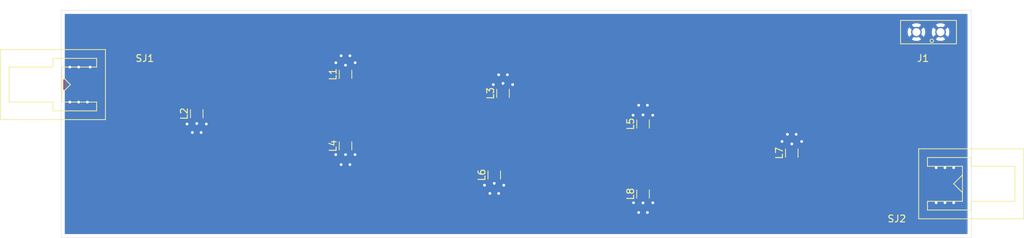
<source format=kicad_pcb>
(kicad_pcb (version 20171130) (host pcbnew 5.1.2-f72e74a~84~ubuntu18.04.1)

  (general
    (thickness 1.6)
    (drawings 6)
    (tracks 137)
    (zones 0)
    (modules 11)
    (nets 7)
  )

  (page A4)
  (layers
    (0 F.Cu signal)
    (31 B.Cu signal)
    (32 B.Adhes user)
    (33 F.Adhes user)
    (34 B.Paste user)
    (35 F.Paste user)
    (36 B.SilkS user)
    (37 F.SilkS user)
    (38 B.Mask user)
    (39 F.Mask user)
    (40 Dwgs.User user)
    (41 Cmts.User user)
    (42 Eco1.User user)
    (43 Eco2.User user)
    (44 Edge.Cuts user)
    (45 Margin user)
    (46 B.CrtYd user)
    (47 F.CrtYd user)
    (48 B.Fab user)
    (49 F.Fab user)
  )

  (setup
    (last_trace_width 0.25)
    (trace_clearance 0.2)
    (zone_clearance 0.508)
    (zone_45_only no)
    (trace_min 0.2)
    (via_size 0.8)
    (via_drill 0.4)
    (via_min_size 0.4)
    (via_min_drill 0.3)
    (uvia_size 0.3)
    (uvia_drill 0.1)
    (uvias_allowed no)
    (uvia_min_size 0.2)
    (uvia_min_drill 0.1)
    (edge_width 0.05)
    (segment_width 0.2)
    (pcb_text_width 0.3)
    (pcb_text_size 1.5 1.5)
    (mod_edge_width 0.12)
    (mod_text_size 1 1)
    (mod_text_width 0.15)
    (pad_size 1 1.75)
    (pad_drill 0)
    (pad_to_mask_clearance 0.051)
    (solder_mask_min_width 0.25)
    (aux_axis_origin 0 0)
    (visible_elements FFFFFF7F)
    (pcbplotparams
      (layerselection 0x010fc_ffffffff)
      (usegerberextensions false)
      (usegerberattributes false)
      (usegerberadvancedattributes false)
      (creategerberjobfile false)
      (excludeedgelayer true)
      (linewidth 0.100000)
      (plotframeref false)
      (viasonmask false)
      (mode 1)
      (useauxorigin false)
      (hpglpennumber 1)
      (hpglpenspeed 20)
      (hpglpendiameter 15.000000)
      (psnegative false)
      (psa4output false)
      (plotreference true)
      (plotvalue true)
      (plotinvisibletext false)
      (padsonsilk false)
      (subtractmaskfromsilk false)
      (outputformat 1)
      (mirror false)
      (drillshape 0)
      (scaleselection 1)
      (outputdirectory "ger_drill_filtre_calcule/"))
  )

  (net 0 "")
  (net 1 GND)
  (net 2 "Net-(L1-Pad1)")
  (net 3 "Net-(L4-Pad2)")
  (net 4 "Net-(L6-Pad2)")
  (net 5 "Net-(L8-Pad2)")
  (net 6 "Net-(L2-Pad2)")

  (net_class Default "This is the default net class."
    (clearance 0.2)
    (trace_width 0.25)
    (via_dia 0.8)
    (via_drill 0.4)
    (uvia_dia 0.3)
    (uvia_drill 0.1)
    (add_net GND)
    (add_net "Net-(L1-Pad1)")
    (add_net "Net-(L2-Pad2)")
    (add_net "Net-(L4-Pad2)")
    (add_net "Net-(L6-Pad2)")
    (add_net "Net-(L8-Pad2)")
  )

  (module borniers:PRT-08084 (layer F.Cu) (tedit 5D01074F) (tstamp 5D26E789)
    (at 187.325 78.105)
    (path /5D270E92)
    (fp_text reference J1 (at -2.54 -1.27) (layer F.SilkS)
      (effects (font (size 1 1) (thickness 0.15)))
    )
    (fp_text value Bullshit_driver (at -2.54 -8.89) (layer F.Fab)
      (effects (font (size 1 1) (thickness 0.15)))
    )
    (fp_circle (center -1.27 -3.81) (end -1.02 -3.81) (layer F.SilkS) (width 0.12))
    (fp_line (start 2.3 -3.38) (end -5.8 -3.38) (layer F.SilkS) (width 0.12))
    (fp_line (start -5.8 -6.78) (end 2.3 -6.78) (layer F.SilkS) (width 0.12))
    (fp_line (start 2.3 -3.38) (end 2.3 -6.78) (layer F.SilkS) (width 0.12))
    (fp_line (start -5.8 -3.38) (end -5.8 -6.78) (layer F.SilkS) (width 0.12))
    (pad 2 thru_hole circle (at 0 -5.08) (size 1.524 1.524) (drill 1.15) (layers *.Cu *.Mask)
      (net 1 GND))
    (pad 1 thru_hole circle (at -3.5 -5.08) (size 1.524 1.524) (drill 1.15) (layers *.Cu *.Mask)
      (net 1 GND))
  )

  (module sma_custom:CONSMA003.062-G (layer F.Cu) (tedit 5D1F15C9) (tstamp 5D244A5C)
    (at 191.77 97.58)
    (path /5D24754B)
    (fp_text reference SJ2 (at -10.795 2.54) (layer F.SilkS)
      (effects (font (size 1 1) (thickness 0.15)))
    )
    (fp_text value sma_jack (at -6.985 3.81) (layer F.Fab)
      (effects (font (size 1 1) (thickness 0.15)))
    )
    (fp_line (start -1.27 -1.27) (end -2.54 -2.54) (layer F.SilkS) (width 0.12))
    (fp_line (start -1.27 -3.81) (end -2.54 -2.54) (layer F.SilkS) (width 0.12))
    (fp_line (start -7.62 2.54) (end 7.62 2.54) (layer F.SilkS) (width 0.12))
    (fp_line (start 7.62 -7.62) (end -7.62 -7.62) (layer F.SilkS) (width 0.12))
    (fp_line (start -6.35 0) (end -6.35 1.27) (layer F.SilkS) (width 0.12))
    (fp_line (start -1.27 0) (end -6.35 0) (layer F.SilkS) (width 0.12))
    (fp_line (start -1.27 -5.08) (end -1.27 0) (layer F.SilkS) (width 0.12))
    (fp_line (start -6.35 -5.08) (end -1.27 -5.08) (layer F.SilkS) (width 0.12))
    (fp_line (start -6.35 -6.35) (end -6.35 -5.08) (layer F.SilkS) (width 0.12))
    (fp_line (start 6.35 -5.08) (end 6.35 0) (layer F.SilkS) (width 0.12))
    (fp_line (start 0 -5.08) (end 6.35 -5.08) (layer F.SilkS) (width 0.12))
    (fp_line (start 0 -6.35) (end 0 -5.08) (layer F.SilkS) (width 0.12))
    (fp_line (start 0 0) (end 6.35 0) (layer F.SilkS) (width 0.12))
    (fp_line (start 0 1.27) (end 0 0) (layer F.SilkS) (width 0.12))
    (fp_line (start 7.62 2.54) (end 7.62 -7.62) (layer F.SilkS) (width 0.12))
    (fp_line (start -7.62 -7.62) (end -7.62 2.54) (layer F.SilkS) (width 0.12))
    (fp_line (start 0 1.27) (end -6.35 1.27) (layer F.SilkS) (width 0.12))
    (fp_line (start -6.35 -6.35) (end 0 -6.35) (layer F.SilkS) (width 0.12))
    (pad 3 smd rect (at -3.81 0) (size 4.06 1.52) (layers F.Cu F.Paste F.Mask)
      (net 1 GND))
    (pad 2 smd rect (at -3.81 -5.08) (size 4.06 1.52) (layers F.Cu F.Paste F.Mask)
      (net 1 GND))
    (pad 1 smd rect (at -3.81 -2.54) (size 4.6 1.52) (layers F.Cu F.Paste F.Mask)
      (net 5 "Net-(L8-Pad2)"))
  )

  (module sma_custom:CONSMA003.062-G (layer F.Cu) (tedit 5D1F15C9) (tstamp 5D244A43)
    (at 58.5 78.105 180)
    (path /5D2470EA)
    (fp_text reference SJ1 (at -13.335 1.27) (layer F.SilkS)
      (effects (font (size 1 1) (thickness 0.15)))
    )
    (fp_text value sma_jack (at -10.16 3.175) (layer F.Fab)
      (effects (font (size 1 1) (thickness 0.15)))
    )
    (fp_line (start -1.27 -1.27) (end -2.54 -2.54) (layer F.SilkS) (width 0.12))
    (fp_line (start -1.27 -3.81) (end -2.54 -2.54) (layer F.SilkS) (width 0.12))
    (fp_line (start -7.62 2.54) (end 7.62 2.54) (layer F.SilkS) (width 0.12))
    (fp_line (start 7.62 -7.62) (end -7.62 -7.62) (layer F.SilkS) (width 0.12))
    (fp_line (start -6.35 0) (end -6.35 1.27) (layer F.SilkS) (width 0.12))
    (fp_line (start -1.27 0) (end -6.35 0) (layer F.SilkS) (width 0.12))
    (fp_line (start -1.27 -5.08) (end -1.27 0) (layer F.SilkS) (width 0.12))
    (fp_line (start -6.35 -5.08) (end -1.27 -5.08) (layer F.SilkS) (width 0.12))
    (fp_line (start -6.35 -6.35) (end -6.35 -5.08) (layer F.SilkS) (width 0.12))
    (fp_line (start 6.35 -5.08) (end 6.35 0) (layer F.SilkS) (width 0.12))
    (fp_line (start 0 -5.08) (end 6.35 -5.08) (layer F.SilkS) (width 0.12))
    (fp_line (start 0 -6.35) (end 0 -5.08) (layer F.SilkS) (width 0.12))
    (fp_line (start 0 0) (end 6.35 0) (layer F.SilkS) (width 0.12))
    (fp_line (start 0 1.27) (end 0 0) (layer F.SilkS) (width 0.12))
    (fp_line (start 7.62 2.54) (end 7.62 -7.62) (layer F.SilkS) (width 0.12))
    (fp_line (start -7.62 -7.62) (end -7.62 2.54) (layer F.SilkS) (width 0.12))
    (fp_line (start 0 1.27) (end -6.35 1.27) (layer F.SilkS) (width 0.12))
    (fp_line (start -6.35 -6.35) (end 0 -6.35) (layer F.SilkS) (width 0.12))
    (pad 3 smd rect (at -3.81 0 180) (size 4.06 1.52) (layers F.Cu F.Paste F.Mask)
      (net 1 GND))
    (pad 2 smd rect (at -3.81 -5.08 180) (size 4.06 1.52) (layers F.Cu F.Paste F.Mask)
      (net 1 GND))
    (pad 1 smd rect (at -3.81 -2.54 180) (size 4.6 1.52) (layers F.Cu F.Paste F.Mask)
      (net 2 "Net-(L1-Pad1)"))
  )

  (module Inductor_SMD:L_1206_3216Metric_Pad1.42x1.75mm_HandSolder (layer F.Cu) (tedit 5B301BBE) (tstamp 5D244A2A)
    (at 144.145 96.52 90)
    (descr "Capacitor SMD 1206 (3216 Metric), square (rectangular) end terminal, IPC_7351 nominal with elongated pad for handsoldering. (Body size source: http://www.tortai-tech.com/upload/download/2011102023233369053.pdf), generated with kicad-footprint-generator")
    (tags "inductor handsolder")
    (path /5D25AE44)
    (attr smd)
    (fp_text reference L8 (at 0 -1.82 90) (layer F.SilkS)
      (effects (font (size 1 1) (thickness 0.15)))
    )
    (fp_text value 1u (at 0 1.82 90) (layer F.Fab)
      (effects (font (size 1 1) (thickness 0.15)))
    )
    (fp_text user %R (at 0 0 90) (layer F.Fab)
      (effects (font (size 0.8 0.8) (thickness 0.12)))
    )
    (fp_line (start 2.45 1.12) (end -2.45 1.12) (layer F.CrtYd) (width 0.05))
    (fp_line (start 2.45 -1.12) (end 2.45 1.12) (layer F.CrtYd) (width 0.05))
    (fp_line (start -2.45 -1.12) (end 2.45 -1.12) (layer F.CrtYd) (width 0.05))
    (fp_line (start -2.45 1.12) (end -2.45 -1.12) (layer F.CrtYd) (width 0.05))
    (fp_line (start -0.602064 0.91) (end 0.602064 0.91) (layer F.SilkS) (width 0.12))
    (fp_line (start -0.602064 -0.91) (end 0.602064 -0.91) (layer F.SilkS) (width 0.12))
    (fp_line (start 1.6 0.8) (end -1.6 0.8) (layer F.Fab) (width 0.1))
    (fp_line (start 1.6 -0.8) (end 1.6 0.8) (layer F.Fab) (width 0.1))
    (fp_line (start -1.6 -0.8) (end 1.6 -0.8) (layer F.Fab) (width 0.1))
    (fp_line (start -1.6 0.8) (end -1.6 -0.8) (layer F.Fab) (width 0.1))
    (pad 2 smd roundrect (at 1.4875 0 90) (size 1.425 1.75) (layers F.Cu F.Paste F.Mask) (roundrect_rratio 0.175439)
      (net 5 "Net-(L8-Pad2)"))
    (pad 1 smd roundrect (at -1.4875 0 90) (size 1.425 1.75) (layers F.Cu F.Paste F.Mask) (roundrect_rratio 0.175439)
      (net 1 GND))
    (model ${KISYS3DMOD}/Inductor_SMD.3dshapes/L_1206_3216Metric.wrl
      (at (xyz 0 0 0))
      (scale (xyz 1 1 1))
      (rotate (xyz 0 0 0))
    )
  )

  (module Inductor_SMD:L_1206_3216Metric_Pad1.42x1.75mm_HandSolder (layer F.Cu) (tedit 5B301BBE) (tstamp 5D244A19)
    (at 165.735 90.5875 90)
    (descr "Capacitor SMD 1206 (3216 Metric), square (rectangular) end terminal, IPC_7351 nominal with elongated pad for handsoldering. (Body size source: http://www.tortai-tech.com/upload/download/2011102023233369053.pdf), generated with kicad-footprint-generator")
    (tags "inductor handsolder")
    (path /5D2574AF)
    (attr smd)
    (fp_text reference L7 (at 0 -1.82 90) (layer F.SilkS)
      (effects (font (size 1 1) (thickness 0.15)))
    )
    (fp_text value 1u (at 0 1.82 90) (layer F.Fab)
      (effects (font (size 1 1) (thickness 0.15)))
    )
    (fp_text user %R (at 0 0 90) (layer F.Fab)
      (effects (font (size 0.8 0.8) (thickness 0.12)))
    )
    (fp_line (start 2.45 1.12) (end -2.45 1.12) (layer F.CrtYd) (width 0.05))
    (fp_line (start 2.45 -1.12) (end 2.45 1.12) (layer F.CrtYd) (width 0.05))
    (fp_line (start -2.45 -1.12) (end 2.45 -1.12) (layer F.CrtYd) (width 0.05))
    (fp_line (start -2.45 1.12) (end -2.45 -1.12) (layer F.CrtYd) (width 0.05))
    (fp_line (start -0.602064 0.91) (end 0.602064 0.91) (layer F.SilkS) (width 0.12))
    (fp_line (start -0.602064 -0.91) (end 0.602064 -0.91) (layer F.SilkS) (width 0.12))
    (fp_line (start 1.6 0.8) (end -1.6 0.8) (layer F.Fab) (width 0.1))
    (fp_line (start 1.6 -0.8) (end 1.6 0.8) (layer F.Fab) (width 0.1))
    (fp_line (start -1.6 -0.8) (end 1.6 -0.8) (layer F.Fab) (width 0.1))
    (fp_line (start -1.6 0.8) (end -1.6 -0.8) (layer F.Fab) (width 0.1))
    (pad 2 smd roundrect (at 1.4875 0 90) (size 1.425 1.75) (layers F.Cu F.Paste F.Mask) (roundrect_rratio 0.175439)
      (net 1 GND))
    (pad 1 smd roundrect (at -1.4875 0 90) (size 1.425 1.75) (layers F.Cu F.Paste F.Mask) (roundrect_rratio 0.175439)
      (net 4 "Net-(L6-Pad2)"))
    (model ${KISYS3DMOD}/Inductor_SMD.3dshapes/L_1206_3216Metric.wrl
      (at (xyz 0 0 0))
      (scale (xyz 1 1 1))
      (rotate (xyz 0 0 0))
    )
  )

  (module Inductor_SMD:L_1206_3216Metric_Pad1.42x1.75mm_HandSolder (layer F.Cu) (tedit 5B301BBE) (tstamp 5D244A08)
    (at 122.555 93.7625 90)
    (descr "Capacitor SMD 1206 (3216 Metric), square (rectangular) end terminal, IPC_7351 nominal with elongated pad for handsoldering. (Body size source: http://www.tortai-tech.com/upload/download/2011102023233369053.pdf), generated with kicad-footprint-generator")
    (tags "inductor handsolder")
    (path /5D256C7C)
    (attr smd)
    (fp_text reference L6 (at 0 -1.82 90) (layer F.SilkS)
      (effects (font (size 1 1) (thickness 0.15)))
    )
    (fp_text value 1u (at 0 1.82 90) (layer F.Fab)
      (effects (font (size 1 1) (thickness 0.15)))
    )
    (fp_text user %R (at 0 0 90) (layer F.Fab)
      (effects (font (size 0.8 0.8) (thickness 0.12)))
    )
    (fp_line (start 2.45 1.12) (end -2.45 1.12) (layer F.CrtYd) (width 0.05))
    (fp_line (start 2.45 -1.12) (end 2.45 1.12) (layer F.CrtYd) (width 0.05))
    (fp_line (start -2.45 -1.12) (end 2.45 -1.12) (layer F.CrtYd) (width 0.05))
    (fp_line (start -2.45 1.12) (end -2.45 -1.12) (layer F.CrtYd) (width 0.05))
    (fp_line (start -0.602064 0.91) (end 0.602064 0.91) (layer F.SilkS) (width 0.12))
    (fp_line (start -0.602064 -0.91) (end 0.602064 -0.91) (layer F.SilkS) (width 0.12))
    (fp_line (start 1.6 0.8) (end -1.6 0.8) (layer F.Fab) (width 0.1))
    (fp_line (start 1.6 -0.8) (end 1.6 0.8) (layer F.Fab) (width 0.1))
    (fp_line (start -1.6 -0.8) (end 1.6 -0.8) (layer F.Fab) (width 0.1))
    (fp_line (start -1.6 0.8) (end -1.6 -0.8) (layer F.Fab) (width 0.1))
    (pad 2 smd roundrect (at 1.4875 0 90) (size 1.425 1.75) (layers F.Cu F.Paste F.Mask) (roundrect_rratio 0.175439)
      (net 4 "Net-(L6-Pad2)"))
    (pad 1 smd roundrect (at -1.4875 0 90) (size 1.425 1.75) (layers F.Cu F.Paste F.Mask) (roundrect_rratio 0.175439)
      (net 1 GND))
    (model ${KISYS3DMOD}/Inductor_SMD.3dshapes/L_1206_3216Metric.wrl
      (at (xyz 0 0 0))
      (scale (xyz 1 1 1))
      (rotate (xyz 0 0 0))
    )
  )

  (module Inductor_SMD:L_1206_3216Metric_Pad1.42x1.75mm_HandSolder (layer F.Cu) (tedit 5B301BBE) (tstamp 5D2449F7)
    (at 144.145 86.36 90)
    (descr "Capacitor SMD 1206 (3216 Metric), square (rectangular) end terminal, IPC_7351 nominal with elongated pad for handsoldering. (Body size source: http://www.tortai-tech.com/upload/download/2011102023233369053.pdf), generated with kicad-footprint-generator")
    (tags "inductor handsolder")
    (path /5D255DC8)
    (attr smd)
    (fp_text reference L5 (at 0 -1.82 90) (layer F.SilkS)
      (effects (font (size 1 1) (thickness 0.15)))
    )
    (fp_text value 1u (at 0 1.82 90) (layer F.Fab)
      (effects (font (size 1 1) (thickness 0.15)))
    )
    (fp_text user %R (at 0 0 90) (layer F.Fab)
      (effects (font (size 0.8 0.8) (thickness 0.12)))
    )
    (fp_line (start 2.45 1.12) (end -2.45 1.12) (layer F.CrtYd) (width 0.05))
    (fp_line (start 2.45 -1.12) (end 2.45 1.12) (layer F.CrtYd) (width 0.05))
    (fp_line (start -2.45 -1.12) (end 2.45 -1.12) (layer F.CrtYd) (width 0.05))
    (fp_line (start -2.45 1.12) (end -2.45 -1.12) (layer F.CrtYd) (width 0.05))
    (fp_line (start -0.602064 0.91) (end 0.602064 0.91) (layer F.SilkS) (width 0.12))
    (fp_line (start -0.602064 -0.91) (end 0.602064 -0.91) (layer F.SilkS) (width 0.12))
    (fp_line (start 1.6 0.8) (end -1.6 0.8) (layer F.Fab) (width 0.1))
    (fp_line (start 1.6 -0.8) (end 1.6 0.8) (layer F.Fab) (width 0.1))
    (fp_line (start -1.6 -0.8) (end 1.6 -0.8) (layer F.Fab) (width 0.1))
    (fp_line (start -1.6 0.8) (end -1.6 -0.8) (layer F.Fab) (width 0.1))
    (pad 2 smd roundrect (at 1.4875 0 90) (size 1.425 1.75) (layers F.Cu F.Paste F.Mask) (roundrect_rratio 0.175439)
      (net 1 GND))
    (pad 1 smd roundrect (at -1.4875 0 90) (size 1.425 1.75) (layers F.Cu F.Paste F.Mask) (roundrect_rratio 0.175439)
      (net 3 "Net-(L4-Pad2)"))
    (model ${KISYS3DMOD}/Inductor_SMD.3dshapes/L_1206_3216Metric.wrl
      (at (xyz 0 0 0))
      (scale (xyz 1 1 1))
      (rotate (xyz 0 0 0))
    )
  )

  (module Inductor_SMD:L_1206_3216Metric_Pad1.42x1.75mm_HandSolder (layer F.Cu) (tedit 5B301BBE) (tstamp 5D2449E6)
    (at 100.965 89.535 90)
    (descr "Capacitor SMD 1206 (3216 Metric), square (rectangular) end terminal, IPC_7351 nominal with elongated pad for handsoldering. (Body size source: http://www.tortai-tech.com/upload/download/2011102023233369053.pdf), generated with kicad-footprint-generator")
    (tags "inductor handsolder")
    (path /5D2557B6)
    (attr smd)
    (fp_text reference L4 (at 0 -1.82 90) (layer F.SilkS)
      (effects (font (size 1 1) (thickness 0.15)))
    )
    (fp_text value 1u (at 0 1.82 90) (layer F.Fab)
      (effects (font (size 1 1) (thickness 0.15)))
    )
    (fp_text user %R (at 0 0 90) (layer F.Fab)
      (effects (font (size 0.8 0.8) (thickness 0.12)))
    )
    (fp_line (start 2.45 1.12) (end -2.45 1.12) (layer F.CrtYd) (width 0.05))
    (fp_line (start 2.45 -1.12) (end 2.45 1.12) (layer F.CrtYd) (width 0.05))
    (fp_line (start -2.45 -1.12) (end 2.45 -1.12) (layer F.CrtYd) (width 0.05))
    (fp_line (start -2.45 1.12) (end -2.45 -1.12) (layer F.CrtYd) (width 0.05))
    (fp_line (start -0.602064 0.91) (end 0.602064 0.91) (layer F.SilkS) (width 0.12))
    (fp_line (start -0.602064 -0.91) (end 0.602064 -0.91) (layer F.SilkS) (width 0.12))
    (fp_line (start 1.6 0.8) (end -1.6 0.8) (layer F.Fab) (width 0.1))
    (fp_line (start 1.6 -0.8) (end 1.6 0.8) (layer F.Fab) (width 0.1))
    (fp_line (start -1.6 -0.8) (end 1.6 -0.8) (layer F.Fab) (width 0.1))
    (fp_line (start -1.6 0.8) (end -1.6 -0.8) (layer F.Fab) (width 0.1))
    (pad 2 smd roundrect (at 1.4875 0 90) (size 1.425 1.75) (layers F.Cu F.Paste F.Mask) (roundrect_rratio 0.175439)
      (net 3 "Net-(L4-Pad2)"))
    (pad 1 smd roundrect (at -1.4875 0 90) (size 1.425 1.75) (layers F.Cu F.Paste F.Mask) (roundrect_rratio 0.175439)
      (net 1 GND))
    (model ${KISYS3DMOD}/Inductor_SMD.3dshapes/L_1206_3216Metric.wrl
      (at (xyz 0 0 0))
      (scale (xyz 1 1 1))
      (rotate (xyz 0 0 0))
    )
  )

  (module Inductor_SMD:L_1206_3216Metric_Pad1.42x1.75mm_HandSolder (layer F.Cu) (tedit 5B301BBE) (tstamp 5D2449D5)
    (at 123.825 81.915 90)
    (descr "Capacitor SMD 1206 (3216 Metric), square (rectangular) end terminal, IPC_7351 nominal with elongated pad for handsoldering. (Body size source: http://www.tortai-tech.com/upload/download/2011102023233369053.pdf), generated with kicad-footprint-generator")
    (tags "inductor handsolder")
    (path /5D251BFB)
    (attr smd)
    (fp_text reference L3 (at 0 -1.82 90) (layer F.SilkS)
      (effects (font (size 1 1) (thickness 0.15)))
    )
    (fp_text value 1u (at 0 1.82 90) (layer F.Fab)
      (effects (font (size 1 1) (thickness 0.15)))
    )
    (fp_text user %R (at 0 0 90) (layer F.Fab)
      (effects (font (size 0.8 0.8) (thickness 0.12)))
    )
    (fp_line (start 2.45 1.12) (end -2.45 1.12) (layer F.CrtYd) (width 0.05))
    (fp_line (start 2.45 -1.12) (end 2.45 1.12) (layer F.CrtYd) (width 0.05))
    (fp_line (start -2.45 -1.12) (end 2.45 -1.12) (layer F.CrtYd) (width 0.05))
    (fp_line (start -2.45 1.12) (end -2.45 -1.12) (layer F.CrtYd) (width 0.05))
    (fp_line (start -0.602064 0.91) (end 0.602064 0.91) (layer F.SilkS) (width 0.12))
    (fp_line (start -0.602064 -0.91) (end 0.602064 -0.91) (layer F.SilkS) (width 0.12))
    (fp_line (start 1.6 0.8) (end -1.6 0.8) (layer F.Fab) (width 0.1))
    (fp_line (start 1.6 -0.8) (end 1.6 0.8) (layer F.Fab) (width 0.1))
    (fp_line (start -1.6 -0.8) (end 1.6 -0.8) (layer F.Fab) (width 0.1))
    (fp_line (start -1.6 0.8) (end -1.6 -0.8) (layer F.Fab) (width 0.1))
    (pad 2 smd roundrect (at 1.4875 0 90) (size 1.425 1.75) (layers F.Cu F.Paste F.Mask) (roundrect_rratio 0.175439)
      (net 1 GND))
    (pad 1 smd roundrect (at -1.4875 0 90) (size 1.425 1.75) (layers F.Cu F.Paste F.Mask) (roundrect_rratio 0.175439)
      (net 6 "Net-(L2-Pad2)"))
    (model ${KISYS3DMOD}/Inductor_SMD.3dshapes/L_1206_3216Metric.wrl
      (at (xyz 0 0 0))
      (scale (xyz 1 1 1))
      (rotate (xyz 0 0 0))
    )
  )

  (module Inductor_SMD:L_1206_3216Metric_Pad1.42x1.75mm_HandSolder (layer F.Cu) (tedit 5B301BBE) (tstamp 5D2449C4)
    (at 79.375 84.8725 90)
    (descr "Capacitor SMD 1206 (3216 Metric), square (rectangular) end terminal, IPC_7351 nominal with elongated pad for handsoldering. (Body size source: http://www.tortai-tech.com/upload/download/2011102023233369053.pdf), generated with kicad-footprint-generator")
    (tags "inductor handsolder")
    (path /5D251586)
    (attr smd)
    (fp_text reference L2 (at 0 -1.82 90) (layer F.SilkS)
      (effects (font (size 1 1) (thickness 0.15)))
    )
    (fp_text value 1u (at 0 1.82 90) (layer F.Fab)
      (effects (font (size 1 1) (thickness 0.15)))
    )
    (fp_text user %R (at 0 0 90) (layer F.Fab)
      (effects (font (size 0.8 0.8) (thickness 0.12)))
    )
    (fp_line (start 2.45 1.12) (end -2.45 1.12) (layer F.CrtYd) (width 0.05))
    (fp_line (start 2.45 -1.12) (end 2.45 1.12) (layer F.CrtYd) (width 0.05))
    (fp_line (start -2.45 -1.12) (end 2.45 -1.12) (layer F.CrtYd) (width 0.05))
    (fp_line (start -2.45 1.12) (end -2.45 -1.12) (layer F.CrtYd) (width 0.05))
    (fp_line (start -0.602064 0.91) (end 0.602064 0.91) (layer F.SilkS) (width 0.12))
    (fp_line (start -0.602064 -0.91) (end 0.602064 -0.91) (layer F.SilkS) (width 0.12))
    (fp_line (start 1.6 0.8) (end -1.6 0.8) (layer F.Fab) (width 0.1))
    (fp_line (start 1.6 -0.8) (end 1.6 0.8) (layer F.Fab) (width 0.1))
    (fp_line (start -1.6 -0.8) (end 1.6 -0.8) (layer F.Fab) (width 0.1))
    (fp_line (start -1.6 0.8) (end -1.6 -0.8) (layer F.Fab) (width 0.1))
    (pad 2 smd roundrect (at 1.4875 0 90) (size 1.425 1.75) (layers F.Cu F.Paste F.Mask) (roundrect_rratio 0.175439)
      (net 6 "Net-(L2-Pad2)"))
    (pad 1 smd roundrect (at -1.4875 0 90) (size 1.425 1.75) (layers F.Cu F.Paste F.Mask) (roundrect_rratio 0.175439)
      (net 1 GND))
    (model ${KISYS3DMOD}/Inductor_SMD.3dshapes/L_1206_3216Metric.wrl
      (at (xyz 0 0 0))
      (scale (xyz 1 1 1))
      (rotate (xyz 0 0 0))
    )
  )

  (module Inductor_SMD:L_1206_3216Metric_Pad1.42x1.75mm_HandSolder (layer F.Cu) (tedit 5B301BBE) (tstamp 5D2449B3)
    (at 100.965 79.1575 90)
    (descr "Capacitor SMD 1206 (3216 Metric), square (rectangular) end terminal, IPC_7351 nominal with elongated pad for handsoldering. (Body size source: http://www.tortai-tech.com/upload/download/2011102023233369053.pdf), generated with kicad-footprint-generator")
    (tags "inductor handsolder")
    (path /5D25088C)
    (attr smd)
    (fp_text reference L1 (at 0 -1.82 90) (layer F.SilkS)
      (effects (font (size 1 1) (thickness 0.15)))
    )
    (fp_text value 1u (at 0 1.82 90) (layer F.Fab)
      (effects (font (size 1 1) (thickness 0.15)))
    )
    (fp_text user %R (at 0 0 90) (layer F.Fab)
      (effects (font (size 0.8 0.8) (thickness 0.12)))
    )
    (fp_line (start 2.45 1.12) (end -2.45 1.12) (layer F.CrtYd) (width 0.05))
    (fp_line (start 2.45 -1.12) (end 2.45 1.12) (layer F.CrtYd) (width 0.05))
    (fp_line (start -2.45 -1.12) (end 2.45 -1.12) (layer F.CrtYd) (width 0.05))
    (fp_line (start -2.45 1.12) (end -2.45 -1.12) (layer F.CrtYd) (width 0.05))
    (fp_line (start -0.602064 0.91) (end 0.602064 0.91) (layer F.SilkS) (width 0.12))
    (fp_line (start -0.602064 -0.91) (end 0.602064 -0.91) (layer F.SilkS) (width 0.12))
    (fp_line (start 1.6 0.8) (end -1.6 0.8) (layer F.Fab) (width 0.1))
    (fp_line (start 1.6 -0.8) (end 1.6 0.8) (layer F.Fab) (width 0.1))
    (fp_line (start -1.6 -0.8) (end 1.6 -0.8) (layer F.Fab) (width 0.1))
    (fp_line (start -1.6 0.8) (end -1.6 -0.8) (layer F.Fab) (width 0.1))
    (pad 2 smd roundrect (at 1.4875 0 90) (size 1.425 1.75) (layers F.Cu F.Paste F.Mask) (roundrect_rratio 0.175439)
      (net 1 GND))
    (pad 1 smd roundrect (at -1.4875 0 90) (size 1.425 1.75) (layers F.Cu F.Paste F.Mask) (roundrect_rratio 0.175439)
      (net 2 "Net-(L1-Pad1)"))
    (model ${KISYS3DMOD}/Inductor_SMD.3dshapes/L_1206_3216Metric.wrl
      (at (xyz 0 0 0))
      (scale (xyz 1 1 1))
      (rotate (xyz 0 0 0))
    )
  )

  (gr_line (start 191.77 102.87) (end 190.5 102.87) (layer Edge.Cuts) (width 0.05) (tstamp 5D3AD751))
  (gr_line (start 191.77 69.85) (end 191.77 102.87) (layer Edge.Cuts) (width 0.05))
  (gr_line (start 59.69 69.85) (end 191.77 69.85) (layer Edge.Cuts) (width 0.05))
  (gr_line (start 59.69 72.39) (end 59.69 69.85) (layer Edge.Cuts) (width 0.05))
  (gr_line (start 59.69 102.87) (end 59.69 72.39) (layer Edge.Cuts) (width 0.05))
  (gr_line (start 190.5 102.87) (end 59.69 102.87) (layer Edge.Cuts) (width 0.05))

  (via (at 102.365 77.47) (size 0.8) (drill 0.4) (layers F.Cu B.Cu) (net 1) (tstamp 5D246225))
  (via (at 99.565 77.47) (size 0.8) (drill 0.4) (layers F.Cu B.Cu) (net 1) (tstamp 5D246226))
  (via (at 100.965 77.83) (size 0.8) (drill 0.4) (layers F.Cu B.Cu) (net 1) (tstamp 5D246227))
  (segment (start 101.1825 77.47) (end 100.965 77.2525) (width 0.25) (layer F.Cu) (net 1) (tstamp 5D24622B))
  (segment (start 123.19 80.01) (end 123.825 80.645) (width 0.25) (layer F.Cu) (net 1) (tstamp 5D246221))
  (via (at 123.19 79.22) (size 0.8) (drill 0.4) (layers F.Cu B.Cu) (net 1) (tstamp 5D246224))
  (via (at 125.22 80.645) (size 0.8) (drill 0.4) (layers F.Cu B.Cu) (net 1) (tstamp 5D246225))
  (via (at 122.42 80.645) (size 0.8) (drill 0.4) (layers F.Cu B.Cu) (net 1) (tstamp 5D246226))
  (via (at 123.825 80.47) (size 0.8) (drill 0.4) (layers F.Cu B.Cu) (net 1) (tstamp 5D246227))
  (via (at 124.46 79.22) (size 0.8) (drill 0.4) (layers F.Cu B.Cu) (net 1) (tstamp 5D246229))
  (segment (start 124.46 80.01) (end 123.825 80.645) (width 0.25) (layer F.Cu) (net 1) (tstamp 5D24622A))
  (segment (start 124.0425 80.645) (end 123.825 80.4275) (width 0.25) (layer F.Cu) (net 1) (tstamp 5D24622B))
  (segment (start 143.51 84.455) (end 144.145 85.09) (width 0.25) (layer F.Cu) (net 1) (tstamp 5D246221))
  (via (at 143.51 83.64) (size 0.8) (drill 0.4) (layers F.Cu B.Cu) (net 1) (tstamp 5D246224))
  (via (at 145.55 85.09) (size 0.8) (drill 0.4) (layers F.Cu B.Cu) (net 1) (tstamp 5D246225))
  (via (at 142.7 85.09) (size 0.8) (drill 0.4) (layers F.Cu B.Cu) (net 1) (tstamp 5D246226))
  (via (at 144.145 85.04) (size 0.8) (drill 0.4) (layers F.Cu B.Cu) (net 1) (tstamp 5D246227))
  (via (at 144.78 83.64) (size 0.8) (drill 0.4) (layers F.Cu B.Cu) (net 1) (tstamp 5D246229))
  (segment (start 144.78 84.455) (end 144.145 85.09) (width 0.25) (layer F.Cu) (net 1) (tstamp 5D24622A))
  (via (at 167.165 88.9) (size 0.8) (drill 0.4) (layers F.Cu B.Cu) (net 1) (tstamp 5D246225))
  (via (at 164.315 88.9) (size 0.8) (drill 0.4) (layers F.Cu B.Cu) (net 1) (tstamp 5D246226))
  (via (at 165.735 89.26) (size 0.8) (drill 0.4) (layers F.Cu B.Cu) (net 1) (tstamp 5D246227))
  (segment (start 165.9525 88.9) (end 165.735 88.6825) (width 0.25) (layer F.Cu) (net 1) (tstamp 5D24622B))
  (segment (start 144.78 98.425) (end 144.145 97.79) (width 0.25) (layer F.Cu) (net 1) (tstamp 5D246221))
  (via (at 144.78 99.21) (size 0.8) (drill 0.4) (layers F.Cu B.Cu) (net 1) (tstamp 5D246224))
  (via (at 142.765 97.79) (size 0.8) (drill 0.4) (layers F.Cu B.Cu) (net 1) (tstamp 5D246225))
  (via (at 145.565 97.79) (size 0.8) (drill 0.4) (layers F.Cu B.Cu) (net 1) (tstamp 5D246226))
  (via (at 144.145 97.81) (size 0.8) (drill 0.4) (layers F.Cu B.Cu) (net 1) (tstamp 5D246227))
  (via (at 143.51 99.21) (size 0.8) (drill 0.4) (layers F.Cu B.Cu) (net 1) (tstamp 5D246229))
  (segment (start 143.51 98.425) (end 144.145 97.79) (width 0.25) (layer F.Cu) (net 1) (tstamp 5D24622A))
  (segment (start 123.19 95.885) (end 122.555 95.25) (width 0.25) (layer F.Cu) (net 1) (tstamp 5D246221))
  (segment (start 121.92 96.44) (end 121.92 95.885) (width 0.25) (layer F.Cu) (net 1) (tstamp 5D246223))
  (via (at 123.19 96.44) (size 0.8) (drill 0.4) (layers F.Cu B.Cu) (net 1) (tstamp 5D246224))
  (via (at 121.135 95.25) (size 0.8) (drill 0.4) (layers F.Cu B.Cu) (net 1) (tstamp 5D246225))
  (via (at 123.935 95.25) (size 0.8) (drill 0.4) (layers F.Cu B.Cu) (net 1) (tstamp 5D246226))
  (via (at 122.555 94.975) (size 0.8) (drill 0.4) (layers F.Cu B.Cu) (net 1) (tstamp 5D246227))
  (segment (start 123.19 96.44) (end 123.19 95.885) (width 0.25) (layer F.Cu) (net 1) (tstamp 5D246228))
  (via (at 121.92 96.44) (size 0.8) (drill 0.4) (layers F.Cu B.Cu) (net 1) (tstamp 5D246229))
  (segment (start 121.92 95.885) (end 122.555 95.25) (width 0.25) (layer F.Cu) (net 1) (tstamp 5D24622A))
  (segment (start 122.3375 95.25) (end 122.555 95.4675) (width 0.25) (layer F.Cu) (net 1) (tstamp 5D24622B))
  (via (at 101.6 92.255) (size 0.8) (drill 0.4) (layers F.Cu B.Cu) (net 1) (tstamp 5D246224))
  (via (at 99.545 90.805) (size 0.8) (drill 0.4) (layers F.Cu B.Cu) (net 1) (tstamp 5D246225))
  (via (at 102.345 90.805) (size 0.8) (drill 0.4) (layers F.Cu B.Cu) (net 1) (tstamp 5D246226))
  (via (at 100.965 90.805) (size 0.8) (drill 0.4) (layers F.Cu B.Cu) (net 1) (tstamp 5D246227))
  (via (at 100.33 92.255) (size 0.8) (drill 0.4) (layers F.Cu B.Cu) (net 1) (tstamp 5D246229))
  (via (at 78.74 87.6) (size 0.8) (drill 0.4) (layers F.Cu B.Cu) (net 1) (tstamp 5D245F59))
  (segment (start 79.1575 86.36) (end 79.375 86.5775) (width 0.25) (layer F.Cu) (net 1) (tstamp 5D245F60))
  (via (at 80.01 87.6) (size 0.8) (drill 0.4) (layers F.Cu B.Cu) (net 1) (tstamp 5D245F63))
  (via (at 77.965 86.36) (size 0.8) (drill 0.4) (layers F.Cu B.Cu) (net 1) (tstamp 5D245F64))
  (via (at 79.375 86.3) (size 0.8) (drill 0.4) (layers F.Cu B.Cu) (net 1) (tstamp 5D245F68))
  (via (at 189.23 92.71) (size 0.8) (drill 0.4) (layers F.Cu B.Cu) (net 1))
  (via (at 187.96 92.71) (size 0.8) (drill 0.4) (layers F.Cu B.Cu) (net 1))
  (via (at 186.69 92.71) (size 0.8) (drill 0.4) (layers F.Cu B.Cu) (net 1))
  (via (at 189.23 97.79) (size 0.8) (drill 0.4) (layers F.Cu B.Cu) (net 1))
  (via (at 187.96 97.79) (size 0.8) (drill 0.4) (layers F.Cu B.Cu) (net 1))
  (via (at 186.69 97.79) (size 0.8) (drill 0.4) (layers F.Cu B.Cu) (net 1))
  (via (at 63.9 78.105) (size 0.8) (drill 0.4) (layers F.Cu B.Cu) (net 1))
  (via (at 62.23 78.105) (size 0.8) (drill 0.4) (layers F.Cu B.Cu) (net 1))
  (via (at 60.96 78.105) (size 0.8) (drill 0.4) (layers F.Cu B.Cu) (net 1))
  (via (at 63.5 83.185) (size 0.8) (drill 0.4) (layers F.Cu B.Cu) (net 1))
  (via (at 62.23 83.185) (size 0.8) (drill 0.4) (layers F.Cu B.Cu) (net 1))
  (via (at 60.96 83.185) (size 0.8) (drill 0.4) (layers F.Cu B.Cu) (net 1))
  (via (at 165.1 87.86) (size 0.8) (drill 0.4) (layers F.Cu B.Cu) (net 1))
  (via (at 166.37 87.86) (size 0.8) (drill 0.4) (layers F.Cu B.Cu) (net 1))
  (segment (start 144.78 84.405) (end 144.145 85.04) (width 0.25) (layer F.Cu) (net 1))
  (segment (start 143.51 84.405) (end 144.145 85.04) (width 0.25) (layer F.Cu) (net 1))
  (via (at 100.33 76.455) (size 0.8) (drill 0.4) (layers F.Cu B.Cu) (net 1))
  (via (at 101.6 76.455) (size 0.8) (drill 0.4) (layers F.Cu B.Cu) (net 1))
  (segment (start 143.51 98.445) (end 144.145 97.81) (width 0.25) (layer F.Cu) (net 1))
  (segment (start 124.46 79.835) (end 123.825 80.47) (width 0.25) (layer F.Cu) (net 1))
  (segment (start 124.46 79.22) (end 124.46 79.835) (width 0.25) (layer F.Cu) (net 1))
  (segment (start 123.19 79.7925) (end 123.825 80.4275) (width 0.25) (layer F.Cu) (net 1))
  (segment (start 123.19 79.22) (end 123.19 79.7925) (width 0.25) (layer F.Cu) (net 1))
  (segment (start 100.33 77.035) (end 100.965 77.67) (width 0.25) (layer F.Cu) (net 1))
  (segment (start 100.33 76.455) (end 100.33 77.035) (width 0.25) (layer F.Cu) (net 1))
  (segment (start 101.6 77.035) (end 100.965 77.67) (width 0.25) (layer F.Cu) (net 1))
  (segment (start 101.6 76.455) (end 101.6 77.035) (width 0.25) (layer F.Cu) (net 1))
  (segment (start 101.165 77.47) (end 100.965 77.67) (width 0.25) (layer F.Cu) (net 1))
  (segment (start 102.365 77.47) (end 101.165 77.47) (width 0.25) (layer F.Cu) (net 1))
  (segment (start 100.765 77.47) (end 100.965 77.67) (width 0.25) (layer F.Cu) (net 1))
  (segment (start 99.565 77.47) (end 100.765 77.47) (width 0.25) (layer F.Cu) (net 1))
  (segment (start 124 80.645) (end 123.825 80.47) (width 0.25) (layer F.Cu) (net 1))
  (segment (start 125.22 80.645) (end 124 80.645) (width 0.25) (layer F.Cu) (net 1))
  (segment (start 143.9275 85.09) (end 144.145 84.8725) (width 0.25) (layer F.Cu) (net 1))
  (segment (start 142.7 85.09) (end 143.9275 85.09) (width 0.25) (layer F.Cu) (net 1))
  (segment (start 165.535 88.9) (end 165.735 89.1) (width 0.25) (layer F.Cu) (net 1))
  (segment (start 164.315 88.9) (end 165.535 88.9) (width 0.25) (layer F.Cu) (net 1))
  (segment (start 165.1 88.465) (end 165.735 89.1) (width 0.25) (layer F.Cu) (net 1))
  (segment (start 165.1 87.86) (end 165.1 88.465) (width 0.25) (layer F.Cu) (net 1))
  (segment (start 166.37 88.465) (end 165.735 89.1) (width 0.25) (layer F.Cu) (net 1))
  (segment (start 166.37 87.86) (end 166.37 88.465) (width 0.25) (layer F.Cu) (net 1))
  (segment (start 165.935 88.9) (end 165.735 89.1) (width 0.25) (layer F.Cu) (net 1))
  (segment (start 167.165 88.9) (end 165.935 88.9) (width 0.25) (layer F.Cu) (net 1))
  (segment (start 144.3625 97.79) (end 144.145 98.0075) (width 0.25) (layer F.Cu) (net 1))
  (segment (start 144.78 98.6425) (end 144.145 98.0075) (width 0.25) (layer F.Cu) (net 1))
  (segment (start 144.78 99.21) (end 144.78 98.6425) (width 0.25) (layer F.Cu) (net 1))
  (segment (start 143.51 98.6425) (end 144.145 98.0075) (width 0.25) (layer F.Cu) (net 1))
  (segment (start 143.51 99.21) (end 143.51 98.6425) (width 0.25) (layer F.Cu) (net 1))
  (segment (start 100.33 91.44) (end 100.965 90.805) (width 0.25) (layer F.Cu) (net 1))
  (segment (start 100.33 92.255) (end 100.33 91.44) (width 0.25) (layer F.Cu) (net 1))
  (segment (start 101.6 91.44) (end 100.965 90.805) (width 0.25) (layer F.Cu) (net 1))
  (segment (start 101.6 92.255) (end 101.6 91.44) (width 0.25) (layer F.Cu) (net 1))
  (via (at 80.765 86.36) (size 0.8) (drill 0.4) (layers F.Cu B.Cu) (net 1))
  (segment (start 77.965 86.36) (end 79.375 86.36) (width 0.25) (layer F.Cu) (net 1))
  (segment (start 80.765 86.36) (end 79.375 86.36) (width 0.25) (layer F.Cu) (net 1))
  (segment (start 80.01 86.995) (end 79.375 86.36) (width 0.25) (layer F.Cu) (net 1))
  (segment (start 80.01 87.6) (end 80.01 86.995) (width 0.25) (layer F.Cu) (net 1))
  (segment (start 78.74 86.995) (end 79.375 86.36) (width 0.25) (layer F.Cu) (net 1))
  (segment (start 78.74 87.6) (end 78.74 86.995) (width 0.25) (layer F.Cu) (net 1))
  (segment (start 121.135 95.25) (end 122.555 95.25) (width 0.25) (layer F.Cu) (net 1))
  (segment (start 123.935 95.25) (end 122.555 95.25) (width 0.25) (layer F.Cu) (net 1))
  (segment (start 143.9275 97.79) (end 144.145 98.0075) (width 0.25) (layer F.Cu) (net 1))
  (segment (start 142.765 97.79) (end 143.9275 97.79) (width 0.25) (layer F.Cu) (net 1))
  (segment (start 144.165 97.79) (end 144.145 97.81) (width 0.25) (layer F.Cu) (net 1))
  (segment (start 145.565 97.79) (end 144.165 97.79) (width 0.25) (layer F.Cu) (net 1))
  (segment (start 143.51 84.2375) (end 144.145 84.8725) (width 0.25) (layer F.Cu) (net 1))
  (segment (start 143.51 83.64) (end 143.51 84.2375) (width 0.25) (layer F.Cu) (net 1))
  (segment (start 144.78 84.2375) (end 144.145 84.8725) (width 0.25) (layer F.Cu) (net 1))
  (segment (start 144.78 83.64) (end 144.78 84.2375) (width 0.25) (layer F.Cu) (net 1))
  (segment (start 144.3625 85.09) (end 144.145 84.8725) (width 0.25) (layer F.Cu) (net 1))
  (segment (start 145.55 85.09) (end 144.3625 85.09) (width 0.25) (layer F.Cu) (net 1))
  (segment (start 123.6075 80.645) (end 123.825 80.4275) (width 0.25) (layer F.Cu) (net 1))
  (segment (start 122.42 80.645) (end 123.6075 80.645) (width 0.25) (layer F.Cu) (net 1))
  (segment (start 100.7475 90.805) (end 100.965 91.0225) (width 0.25) (layer F.Cu) (net 1))
  (segment (start 99.545 90.805) (end 100.7475 90.805) (width 0.25) (layer F.Cu) (net 1))
  (segment (start 101.1825 90.805) (end 100.965 91.0225) (width 0.25) (layer F.Cu) (net 1))
  (segment (start 102.345 90.805) (end 101.1825 90.805) (width 0.25) (layer F.Cu) (net 1))
  (segment (start 61.595 80.645) (end 78.74 80.645) (width 2.9) (layer F.Cu) (net 2))
  (segment (start 79.65 80.645) (end 100.88 80.645) (width 2.44019) (layer F.Cu) (net 2))
  (segment (start 123 87.838828) (end 143.81 87.838828) (width 2.72042) (layer F.Cu) (net 3))
  (segment (start 101.6 87.838828) (end 122.41 87.838828) (width 2.72042) (layer F.Cu) (net 3))
  (segment (start 123 92.274058) (end 143.81 92.274058) (width 2.72042) (layer F.Cu) (net 4))
  (segment (start 144.62 92.274058) (end 165.85 92.274058) (width 2.44019) (layer F.Cu) (net 4))
  (segment (start 144.62 95.032656) (end 165.735 95.032656) (width 2.44019) (layer F.Cu) (net 5))
  (segment (start 166.37 95.032656) (end 188.35 95.032656) (width 2.9) (layer F.Cu) (net 5))
  (segment (start 101.6 83.403598) (end 123.41 83.403598) (width 2.72042) (layer F.Cu) (net 6))
  (segment (start 79.65 83.403598) (end 100.88 83.403598) (width 2.44019) (layer F.Cu) (net 6))

  (zone (net 1) (net_name GND) (layer B.Cu) (tstamp 5D3AE039) (hatch edge 0.508)
    (connect_pads (clearance 0.508))
    (min_thickness 0.254)
    (fill yes (arc_segments 32) (thermal_gap 0.508) (thermal_bridge_width 0.508))
    (polygon
      (pts
        (xy 59.69 69.85) (xy 191.77 69.85) (xy 191.77 102.87) (xy 59.69 102.87)
      )
    )
    (filled_polygon
      (pts
        (xy 191.110001 102.21) (xy 60.35 102.21) (xy 60.35 73.990565) (xy 183.03904 73.990565) (xy 183.10602 74.230656)
        (xy 183.355048 74.347756) (xy 183.622135 74.414023) (xy 183.897017 74.42691) (xy 184.169133 74.385922) (xy 184.428023 74.292636)
        (xy 184.54398 74.230656) (xy 184.61096 73.990565) (xy 186.53904 73.990565) (xy 186.60602 74.230656) (xy 186.855048 74.347756)
        (xy 187.122135 74.414023) (xy 187.397017 74.42691) (xy 187.669133 74.385922) (xy 187.928023 74.292636) (xy 188.04398 74.230656)
        (xy 188.11096 73.990565) (xy 187.325 73.204605) (xy 186.53904 73.990565) (xy 184.61096 73.990565) (xy 183.825 73.204605)
        (xy 183.03904 73.990565) (xy 60.35 73.990565) (xy 60.35 73.097017) (xy 182.42309 73.097017) (xy 182.464078 73.369133)
        (xy 182.557364 73.628023) (xy 182.619344 73.74398) (xy 182.859435 73.81096) (xy 183.645395 73.025) (xy 184.004605 73.025)
        (xy 184.790565 73.81096) (xy 185.030656 73.74398) (xy 185.147756 73.494952) (xy 185.214023 73.227865) (xy 185.220157 73.097017)
        (xy 185.92309 73.097017) (xy 185.964078 73.369133) (xy 186.057364 73.628023) (xy 186.119344 73.74398) (xy 186.359435 73.81096)
        (xy 187.145395 73.025) (xy 187.504605 73.025) (xy 188.290565 73.81096) (xy 188.530656 73.74398) (xy 188.647756 73.494952)
        (xy 188.714023 73.227865) (xy 188.72691 72.952983) (xy 188.685922 72.680867) (xy 188.592636 72.421977) (xy 188.530656 72.30602)
        (xy 188.290565 72.23904) (xy 187.504605 73.025) (xy 187.145395 73.025) (xy 186.359435 72.23904) (xy 186.119344 72.30602)
        (xy 186.002244 72.555048) (xy 185.935977 72.822135) (xy 185.92309 73.097017) (xy 185.220157 73.097017) (xy 185.22691 72.952983)
        (xy 185.185922 72.680867) (xy 185.092636 72.421977) (xy 185.030656 72.30602) (xy 184.790565 72.23904) (xy 184.004605 73.025)
        (xy 183.645395 73.025) (xy 182.859435 72.23904) (xy 182.619344 72.30602) (xy 182.502244 72.555048) (xy 182.435977 72.822135)
        (xy 182.42309 73.097017) (xy 60.35 73.097017) (xy 60.35 72.059435) (xy 183.03904 72.059435) (xy 183.825 72.845395)
        (xy 184.61096 72.059435) (xy 186.53904 72.059435) (xy 187.325 72.845395) (xy 188.11096 72.059435) (xy 188.04398 71.819344)
        (xy 187.794952 71.702244) (xy 187.527865 71.635977) (xy 187.252983 71.62309) (xy 186.980867 71.664078) (xy 186.721977 71.757364)
        (xy 186.60602 71.819344) (xy 186.53904 72.059435) (xy 184.61096 72.059435) (xy 184.54398 71.819344) (xy 184.294952 71.702244)
        (xy 184.027865 71.635977) (xy 183.752983 71.62309) (xy 183.480867 71.664078) (xy 183.221977 71.757364) (xy 183.10602 71.819344)
        (xy 183.03904 72.059435) (xy 60.35 72.059435) (xy 60.35 70.51) (xy 191.11 70.51)
      )
    )
  )
)

</source>
